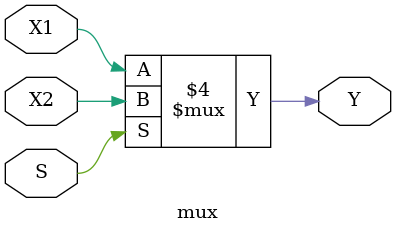
<source format=v>
`timescale 1ns / 1ps
module mux(X1,X2,S,Y);
input X1,X2,S;
output reg Y;
always @(X1,X2,S)
	begin
		if(S == 0)
			Y = X1;
		else
			Y = X2;	
	end
endmodule

</source>
